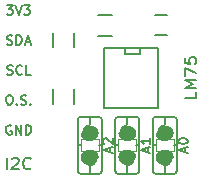
<source format=gto>
G04 #@! TF.FileFunction,Legend,Top*
%FSLAX46Y46*%
G04 Gerber Fmt 4.6, Leading zero omitted, Abs format (unit mm)*
G04 Created by KiCad (PCBNEW 0.201508170901+6097~28~ubuntu14.04.1-product) date So 05 Jun 2016 18:44:43 CEST*
%MOMM*%
G01*
G04 APERTURE LIST*
%ADD10C,0.100000*%
%ADD11C,0.152400*%
%ADD12C,0.150000*%
%ADD13C,0.066040*%
%ADD14C,1.270000*%
G04 APERTURE END LIST*
D10*
D11*
X10155467Y-12880571D02*
X10155467Y-12493523D01*
X10387695Y-12957980D02*
X9574895Y-12687047D01*
X10387695Y-12416114D01*
X9652305Y-12183885D02*
X9613600Y-12145180D01*
X9574895Y-12067771D01*
X9574895Y-11874247D01*
X9613600Y-11796837D01*
X9652305Y-11758133D01*
X9729714Y-11719428D01*
X9807124Y-11719428D01*
X9923238Y-11758133D01*
X10387695Y-12222590D01*
X10387695Y-11719428D01*
X13330467Y-12880571D02*
X13330467Y-12493523D01*
X13562695Y-12957980D02*
X12749895Y-12687047D01*
X13562695Y-12416114D01*
X13562695Y-11719428D02*
X13562695Y-12183885D01*
X13562695Y-11951656D02*
X12749895Y-11951656D01*
X12866010Y-12029066D01*
X12943419Y-12106475D01*
X12982124Y-12183885D01*
X16505467Y-12880571D02*
X16505467Y-12493523D01*
X16737695Y-12957980D02*
X15924895Y-12687047D01*
X16737695Y-12416114D01*
X15924895Y-11990361D02*
X15924895Y-11912952D01*
X15963600Y-11835542D01*
X16002305Y-11796837D01*
X16079714Y-11758133D01*
X16234533Y-11719428D01*
X16428057Y-11719428D01*
X16582876Y-11758133D01*
X16660286Y-11796837D01*
X16698990Y-11835542D01*
X16737695Y-11912952D01*
X16737695Y-11990361D01*
X16698990Y-12067771D01*
X16660286Y-12106475D01*
X16582876Y-12145180D01*
X16428057Y-12183885D01*
X16234533Y-12183885D01*
X16079714Y-12145180D01*
X16002305Y-12106475D01*
X15963600Y-12067771D01*
X15924895Y-11990361D01*
X1780724Y-10623600D02*
X1703315Y-10584895D01*
X1587200Y-10584895D01*
X1471086Y-10623600D01*
X1393677Y-10701010D01*
X1354972Y-10778419D01*
X1316267Y-10933238D01*
X1316267Y-11049352D01*
X1354972Y-11204171D01*
X1393677Y-11281581D01*
X1471086Y-11358990D01*
X1587200Y-11397695D01*
X1664610Y-11397695D01*
X1780724Y-11358990D01*
X1819429Y-11320286D01*
X1819429Y-11049352D01*
X1664610Y-11049352D01*
X2167772Y-11397695D02*
X2167772Y-10584895D01*
X2632229Y-11397695D01*
X2632229Y-10584895D01*
X3019277Y-11397695D02*
X3019277Y-10584895D01*
X3212801Y-10584895D01*
X3328915Y-10623600D01*
X3406324Y-10701010D01*
X3445029Y-10778419D01*
X3483734Y-10933238D01*
X3483734Y-11049352D01*
X3445029Y-11204171D01*
X3406324Y-11281581D01*
X3328915Y-11358990D01*
X3212801Y-11397695D01*
X3019277Y-11397695D01*
X1548495Y-8044895D02*
X1703314Y-8044895D01*
X1780723Y-8083600D01*
X1858133Y-8161010D01*
X1896838Y-8315829D01*
X1896838Y-8586762D01*
X1858133Y-8741581D01*
X1780723Y-8818990D01*
X1703314Y-8857695D01*
X1548495Y-8857695D01*
X1471085Y-8818990D01*
X1393676Y-8741581D01*
X1354971Y-8586762D01*
X1354971Y-8315829D01*
X1393676Y-8161010D01*
X1471085Y-8083600D01*
X1548495Y-8044895D01*
X2245181Y-8780286D02*
X2283886Y-8818990D01*
X2245181Y-8857695D01*
X2206476Y-8818990D01*
X2245181Y-8780286D01*
X2245181Y-8857695D01*
X2593524Y-8818990D02*
X2709638Y-8857695D01*
X2903162Y-8857695D01*
X2980572Y-8818990D01*
X3019276Y-8780286D01*
X3057981Y-8702876D01*
X3057981Y-8625467D01*
X3019276Y-8548057D01*
X2980572Y-8509352D01*
X2903162Y-8470648D01*
X2748343Y-8431943D01*
X2670934Y-8393238D01*
X2632229Y-8354533D01*
X2593524Y-8277124D01*
X2593524Y-8199714D01*
X2632229Y-8122305D01*
X2670934Y-8083600D01*
X2748343Y-8044895D01*
X2941867Y-8044895D01*
X3057981Y-8083600D01*
X3406324Y-8780286D02*
X3445029Y-8818990D01*
X3406324Y-8857695D01*
X3367619Y-8818990D01*
X3406324Y-8780286D01*
X3406324Y-8857695D01*
X1432381Y-6278990D02*
X1548495Y-6317695D01*
X1742019Y-6317695D01*
X1819429Y-6278990D01*
X1858133Y-6240286D01*
X1896838Y-6162876D01*
X1896838Y-6085467D01*
X1858133Y-6008057D01*
X1819429Y-5969352D01*
X1742019Y-5930648D01*
X1587200Y-5891943D01*
X1509791Y-5853238D01*
X1471086Y-5814533D01*
X1432381Y-5737124D01*
X1432381Y-5659714D01*
X1471086Y-5582305D01*
X1509791Y-5543600D01*
X1587200Y-5504895D01*
X1780724Y-5504895D01*
X1896838Y-5543600D01*
X2709638Y-6240286D02*
X2670933Y-6278990D01*
X2554819Y-6317695D01*
X2477409Y-6317695D01*
X2361295Y-6278990D01*
X2283886Y-6201581D01*
X2245181Y-6124171D01*
X2206476Y-5969352D01*
X2206476Y-5853238D01*
X2245181Y-5698419D01*
X2283886Y-5621010D01*
X2361295Y-5543600D01*
X2477409Y-5504895D01*
X2554819Y-5504895D01*
X2670933Y-5543600D01*
X2709638Y-5582305D01*
X3445028Y-6317695D02*
X3057981Y-6317695D01*
X3057981Y-5504895D01*
X1413029Y-3738990D02*
X1529143Y-3777695D01*
X1722667Y-3777695D01*
X1800077Y-3738990D01*
X1838781Y-3700286D01*
X1877486Y-3622876D01*
X1877486Y-3545467D01*
X1838781Y-3468057D01*
X1800077Y-3429352D01*
X1722667Y-3390648D01*
X1567848Y-3351943D01*
X1490439Y-3313238D01*
X1451734Y-3274533D01*
X1413029Y-3197124D01*
X1413029Y-3119714D01*
X1451734Y-3042305D01*
X1490439Y-3003600D01*
X1567848Y-2964895D01*
X1761372Y-2964895D01*
X1877486Y-3003600D01*
X2225829Y-3777695D02*
X2225829Y-2964895D01*
X2419353Y-2964895D01*
X2535467Y-3003600D01*
X2612876Y-3081010D01*
X2651581Y-3158419D01*
X2690286Y-3313238D01*
X2690286Y-3429352D01*
X2651581Y-3584171D01*
X2612876Y-3661581D01*
X2535467Y-3738990D01*
X2419353Y-3777695D01*
X2225829Y-3777695D01*
X2999924Y-3545467D02*
X3386972Y-3545467D01*
X2922515Y-3777695D02*
X3193448Y-2964895D01*
X3464381Y-3777695D01*
X1393676Y-424895D02*
X1896838Y-424895D01*
X1625905Y-734533D01*
X1742019Y-734533D01*
X1819429Y-773238D01*
X1858133Y-811943D01*
X1896838Y-889352D01*
X1896838Y-1082876D01*
X1858133Y-1160286D01*
X1819429Y-1198990D01*
X1742019Y-1237695D01*
X1509791Y-1237695D01*
X1432381Y-1198990D01*
X1393676Y-1160286D01*
X2129067Y-424895D02*
X2400000Y-1237695D01*
X2670933Y-424895D01*
X2864457Y-424895D02*
X3367619Y-424895D01*
X3096686Y-734533D01*
X3212800Y-734533D01*
X3290210Y-773238D01*
X3328914Y-811943D01*
X3367619Y-889352D01*
X3367619Y-1082876D01*
X3328914Y-1160286D01*
X3290210Y-1198990D01*
X3212800Y-1237695D01*
X2980572Y-1237695D01*
X2903162Y-1198990D01*
X2864457Y-1160286D01*
D12*
X14211000Y-4045000D02*
X14211000Y-9125000D01*
X14211000Y-9125000D02*
X9639000Y-9125000D01*
X9639000Y-9125000D02*
X9639000Y-4045000D01*
X9639000Y-4045000D02*
X14211000Y-4045000D01*
X12687000Y-4045000D02*
X12687000Y-4553000D01*
X12687000Y-4553000D02*
X11417000Y-4553000D01*
X11417000Y-4553000D02*
X11417000Y-4045000D01*
X13965000Y-2990000D02*
X14965000Y-2990000D01*
X14965000Y-1290000D02*
X13965000Y-1290000D01*
D13*
X15544500Y-12808000D02*
X15544500Y-11792000D01*
X15544500Y-11792000D02*
X14020500Y-11792000D01*
X14020500Y-12808000D02*
X14020500Y-11792000D01*
X15544500Y-12808000D02*
X14020500Y-12808000D01*
D11*
X15798500Y-10141000D02*
X15798500Y-14459000D01*
X15544500Y-9887000D02*
X14020500Y-9887000D01*
X15544500Y-14713000D02*
X14020500Y-14713000D01*
X13766500Y-14459000D02*
X13766500Y-10141000D01*
X14782500Y-10522000D02*
X14782500Y-10014000D01*
X14782500Y-14078000D02*
X14782500Y-14586000D01*
X14020500Y-12300000D02*
X13766500Y-12300000D01*
X15798500Y-12300000D02*
X15544500Y-12300000D01*
X14020500Y-9887000D02*
G75*
G03X13766500Y-10141000I0J-254000D01*
G01*
X13766500Y-14459000D02*
G75*
G03X14020500Y-14713000I254000J0D01*
G01*
X15544500Y-14713000D02*
G75*
G03X15798500Y-14459000I0J254000D01*
G01*
X15798500Y-10141000D02*
G75*
G03X15544500Y-9887000I-254000J0D01*
G01*
D14*
X14909500Y-11284000D02*
G75*
G03X14655500Y-11284000I-127000J0D01*
G01*
X14655500Y-13316000D02*
G75*
G03X14909500Y-13316000I127000J0D01*
G01*
D13*
X12369500Y-12808000D02*
X12369500Y-11792000D01*
X12369500Y-11792000D02*
X10845500Y-11792000D01*
X10845500Y-12808000D02*
X10845500Y-11792000D01*
X12369500Y-12808000D02*
X10845500Y-12808000D01*
D11*
X12623500Y-10141000D02*
X12623500Y-14459000D01*
X12369500Y-9887000D02*
X10845500Y-9887000D01*
X12369500Y-14713000D02*
X10845500Y-14713000D01*
X10591500Y-14459000D02*
X10591500Y-10141000D01*
X11607500Y-10522000D02*
X11607500Y-10014000D01*
X11607500Y-14078000D02*
X11607500Y-14586000D01*
X10845500Y-12300000D02*
X10591500Y-12300000D01*
X12623500Y-12300000D02*
X12369500Y-12300000D01*
X10845500Y-9887000D02*
G75*
G03X10591500Y-10141000I0J-254000D01*
G01*
X10591500Y-14459000D02*
G75*
G03X10845500Y-14713000I254000J0D01*
G01*
X12369500Y-14713000D02*
G75*
G03X12623500Y-14459000I0J254000D01*
G01*
X12623500Y-10141000D02*
G75*
G03X12369500Y-9887000I-254000J0D01*
G01*
D14*
X11734500Y-11284000D02*
G75*
G03X11480500Y-11284000I-127000J0D01*
G01*
X11480500Y-13316000D02*
G75*
G03X11734500Y-13316000I127000J0D01*
G01*
D13*
X9194500Y-12808000D02*
X9194500Y-11792000D01*
X9194500Y-11792000D02*
X7670500Y-11792000D01*
X7670500Y-12808000D02*
X7670500Y-11792000D01*
X9194500Y-12808000D02*
X7670500Y-12808000D01*
D11*
X9448500Y-10141000D02*
X9448500Y-14459000D01*
X9194500Y-9887000D02*
X7670500Y-9887000D01*
X9194500Y-14713000D02*
X7670500Y-14713000D01*
X7416500Y-14459000D02*
X7416500Y-10141000D01*
X8432500Y-10522000D02*
X8432500Y-10014000D01*
X8432500Y-14078000D02*
X8432500Y-14586000D01*
X7670500Y-12300000D02*
X7416500Y-12300000D01*
X9448500Y-12300000D02*
X9194500Y-12300000D01*
X7670500Y-9887000D02*
G75*
G03X7416500Y-10141000I0J-254000D01*
G01*
X7416500Y-14459000D02*
G75*
G03X7670500Y-14713000I254000J0D01*
G01*
X9194500Y-14713000D02*
G75*
G03X9448500Y-14459000I0J254000D01*
G01*
X9448500Y-10141000D02*
G75*
G03X9194500Y-9887000I-254000J0D01*
G01*
D14*
X8559500Y-11284000D02*
G75*
G03X8305500Y-11284000I-127000J0D01*
G01*
X8305500Y-13316000D02*
G75*
G03X8559500Y-13316000I127000J0D01*
G01*
D12*
X7085000Y-7572500D02*
X7085000Y-8772500D01*
X5335000Y-8772500D02*
X5335000Y-7572500D01*
X5335000Y-4010000D02*
X5335000Y-2810000D01*
X7085000Y-2810000D02*
X7085000Y-4010000D01*
X10302500Y-3015000D02*
X9102500Y-3015000D01*
X9102500Y-1265000D02*
X10302500Y-1265000D01*
X17457381Y-7799285D02*
X17457381Y-8275476D01*
X16457381Y-8275476D01*
X17457381Y-7465952D02*
X16457381Y-7465952D01*
X17171667Y-7132618D01*
X16457381Y-6799285D01*
X17457381Y-6799285D01*
X16457381Y-6418333D02*
X16457381Y-5751666D01*
X17457381Y-6180238D01*
X16457381Y-4894523D02*
X16457381Y-5370714D01*
X16933571Y-5418333D01*
X16885952Y-5370714D01*
X16838333Y-5275476D01*
X16838333Y-5037380D01*
X16885952Y-4942142D01*
X16933571Y-4894523D01*
X17028810Y-4846904D01*
X17266905Y-4846904D01*
X17362143Y-4894523D01*
X17409762Y-4942142D01*
X17457381Y-5037380D01*
X17457381Y-5275476D01*
X17409762Y-5370714D01*
X17362143Y-5418333D01*
X1423810Y-14339881D02*
X1423810Y-13339881D01*
X1852381Y-13435119D02*
X1900000Y-13387500D01*
X1995238Y-13339881D01*
X2233334Y-13339881D01*
X2328572Y-13387500D01*
X2376191Y-13435119D01*
X2423810Y-13530357D01*
X2423810Y-13625595D01*
X2376191Y-13768452D01*
X1804762Y-14339881D01*
X2423810Y-14339881D01*
X3423810Y-14244643D02*
X3376191Y-14292262D01*
X3233334Y-14339881D01*
X3138096Y-14339881D01*
X2995238Y-14292262D01*
X2900000Y-14197024D01*
X2852381Y-14101786D01*
X2804762Y-13911310D01*
X2804762Y-13768452D01*
X2852381Y-13577976D01*
X2900000Y-13482738D01*
X2995238Y-13387500D01*
X3138096Y-13339881D01*
X3233334Y-13339881D01*
X3376191Y-13387500D01*
X3423810Y-13435119D01*
M02*

</source>
